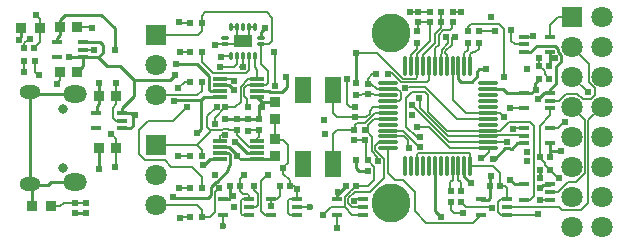
<source format=gbl>
%FSLAX44Y44*%
%MOMM*%
G71*
G01*
G75*
G04 Layer_Physical_Order=4*
G04 Layer_Color=16711680*
%ADD10R,0.7620X0.7620*%
%ADD11R,0.5000X0.2000*%
%ADD12R,0.7620X0.7620*%
%ADD13R,0.3000X0.3000*%
%ADD14R,1.3000X0.4500*%
%ADD15R,2.7940X0.7366*%
%ADD16R,0.6200X0.5700*%
%ADD17C,0.1500*%
%ADD18C,0.2540*%
%ADD19C,0.1524*%
%ADD20O,2.0000X1.4500*%
%ADD21O,1.8000X1.1500*%
%ADD22C,0.8000*%
%ADD23C,1.8000*%
%ADD24R,1.8000X1.8000*%
%ADD25C,1.8000*%
%ADD26R,1.8000X1.8000*%
%ADD27C,0.6100*%
%ADD28C,0.6000*%
%ADD29C,3.3000*%
%ADD30R,0.6000X0.5500*%
%ADD31R,0.9500X0.9500*%
%ADD32R,0.5500X0.6000*%
%ADD33R,0.9500X0.9500*%
%ADD34R,0.8500X0.3500*%
%ADD35R,1.5000X1.0000*%
%ADD36O,0.8000X0.3000*%
%ADD37O,0.3000X0.8000*%
%ADD38R,1.2500X0.3000*%
%ADD39O,0.3500X1.7500*%
%ADD40O,1.7500X0.3500*%
%ADD41R,0.9700X0.9600*%
%ADD42R,0.5700X0.6200*%
%ADD43R,1.4000X2.2000*%
D16*
X1675250Y1261050D02*
D03*
Y1251450D02*
D03*
X1684750Y1261050D02*
D03*
Y1251450D02*
D03*
X1632250D02*
D03*
Y1261050D02*
D03*
X1669480Y1116250D02*
D03*
Y1125850D02*
D03*
X1660730Y1116250D02*
D03*
Y1125850D02*
D03*
X1498250Y1177200D02*
D03*
Y1186800D02*
D03*
X1479417Y1177200D02*
D03*
Y1186800D02*
D03*
X1470000Y1196550D02*
D03*
Y1186950D02*
D03*
X1488833Y1196550D02*
D03*
Y1186950D02*
D03*
X1580250Y1207450D02*
D03*
Y1217050D02*
D03*
D17*
X1662250Y1277750D02*
X1669500D01*
X1661750Y1268750D02*
X1662250Y1269250D01*
X1661750Y1263500D02*
Y1268750D01*
X1660000Y1261750D02*
X1661750Y1263500D01*
X1654250Y1261750D02*
X1660000D01*
X1650500Y1258000D02*
X1654250Y1261750D01*
X1647730Y1259147D02*
X1652550Y1263967D01*
Y1269250D01*
X1647730Y1251480D02*
Y1259147D01*
X1637250Y1241000D02*
X1647730Y1251480D01*
X1650500Y1249750D02*
Y1258000D01*
X1637250Y1231750D02*
Y1241000D01*
X1647250Y1246500D02*
X1650500Y1249750D01*
X1647250Y1231750D02*
Y1246500D01*
X1712000Y1252780D02*
Y1261750D01*
Y1252780D02*
X1714750Y1250030D01*
X1709750Y1184500D02*
X1727750D01*
X1575500Y1196750D02*
X1580000D01*
X1572827Y1199423D02*
X1575500Y1196750D01*
X1572827Y1199423D02*
Y1221060D01*
X1659417Y1167000D02*
X1692000D01*
X1659415Y1167002D02*
X1659417Y1167000D01*
X1659415Y1167002D02*
Y1167473D01*
X1660500Y1162000D02*
X1692000D01*
X1642250Y1180250D02*
X1660500Y1162000D01*
X1632250Y1180250D02*
X1642250D01*
X1628079Y1198809D02*
X1659415Y1167473D01*
X1658805Y1172000D02*
X1692000D01*
X1634750Y1196055D02*
X1658805Y1172000D01*
X1657723Y1177000D02*
X1692000D01*
X1641730Y1192993D02*
X1657723Y1177000D01*
X1665750Y1187000D02*
X1692000D01*
X1634750Y1196055D02*
Y1204250D01*
X1618270Y1203520D02*
Y1209230D01*
X1634250Y1204750D02*
X1634750Y1204250D01*
X1702250Y1192000D02*
X1705500Y1188750D01*
X1692000Y1192000D02*
X1702250D01*
X1352000Y1116000D02*
X1352000Y1116000D01*
X1342500Y1116000D02*
X1352000D01*
X1570910Y1120827D02*
X1575363Y1125280D01*
X1570910Y1112090D02*
X1577270Y1105730D01*
X1579360Y1125280D02*
X1592280D01*
X1576850Y1112230D02*
X1586230D01*
X1573680Y1119600D02*
X1579360Y1125280D01*
X1573680Y1115400D02*
X1576850Y1112230D01*
X1570910Y1112090D02*
Y1120827D01*
X1573680Y1115400D02*
Y1119600D01*
X1578750Y1117500D02*
X1579980Y1118730D01*
X1586230D01*
X1576897Y1126770D02*
X1580320Y1130193D01*
X1576853Y1126770D02*
X1576897D01*
X1576590Y1126507D02*
X1576853Y1126770D01*
X1576590Y1126463D02*
Y1126507D01*
X1575407Y1125280D02*
X1576590Y1126463D01*
X1575363Y1125280D02*
X1575407D01*
X1592280D02*
X1604000Y1137000D01*
X1577270Y1105730D02*
X1586230D01*
X1580320Y1130193D02*
Y1130300D01*
X1590800D01*
X1616750Y1202000D02*
X1618270Y1203520D01*
X1607500Y1202000D02*
X1616750D01*
X1615500Y1212000D02*
X1618270Y1209230D01*
X1607500Y1212000D02*
X1615500D01*
X1590500Y1216750D02*
X1593250D01*
X1598000Y1212000D01*
X1607500D01*
X1572827Y1221060D02*
X1573687Y1221920D01*
X1632250Y1147250D02*
Y1156750D01*
X1677250Y1147250D02*
Y1157000D01*
X1676230Y1158020D02*
X1677250Y1157000D01*
X1735830Y1231670D02*
X1740250Y1227250D01*
Y1224817D02*
Y1227250D01*
Y1224817D02*
X1744330Y1220737D01*
Y1220630D02*
Y1220737D01*
X1735830Y1231670D02*
Y1231780D01*
X1736330Y1154170D02*
X1740750Y1149750D01*
Y1147617D02*
Y1149750D01*
Y1147617D02*
X1744830Y1143537D01*
Y1143430D02*
Y1143537D01*
X1736330Y1154170D02*
Y1154580D01*
X1620250Y1135250D02*
X1630500Y1125000D01*
X1613250Y1135250D02*
X1620250D01*
X1607500Y1141000D02*
X1613250Y1135250D01*
X1630500Y1108500D02*
Y1125000D01*
X1702240Y1130300D02*
Y1141260D01*
X1701000Y1108250D02*
Y1116750D01*
Y1108250D02*
X1703520Y1105730D01*
X1708150D01*
X1701000Y1116750D02*
X1702980Y1118730D01*
X1708150D01*
X1708500Y1119080D01*
X1736000Y1118000D02*
X1736430Y1118430D01*
X1745080D01*
X1713250Y1178250D02*
X1714247Y1179247D01*
X1722580D01*
X1702250Y1177000D02*
X1709750Y1184500D01*
X1692000Y1177000D02*
X1702250D01*
X1511250Y1243500D02*
X1512000Y1242750D01*
Y1215000D02*
Y1242750D01*
X1311500Y1224250D02*
X1312500D01*
X1309090Y1226660D02*
X1311500Y1224250D01*
X1309090Y1226660D02*
Y1235710D01*
X1303250Y1254500D02*
X1304750D01*
X1299750Y1251000D02*
X1303250Y1254500D01*
X1299750Y1246750D02*
Y1251000D01*
X1349250Y1245500D02*
X1358750D01*
X1359000Y1245250D01*
X1313150Y1251650D02*
Y1263500D01*
X1308250Y1246750D02*
X1313150Y1251650D01*
X1333000Y1116000D02*
X1342500D01*
X1329750Y1112750D02*
X1333000Y1116000D01*
X1322150Y1112750D02*
X1329750D01*
X1377580Y1162090D02*
Y1170170D01*
X1374000Y1173750D02*
X1377580Y1170170D01*
X1373000Y1173750D02*
X1374000D01*
X1377580Y1146830D02*
Y1162090D01*
X1482530Y1136030D02*
X1485750Y1139250D01*
X1482530Y1130300D02*
Y1136030D01*
Y1125470D02*
X1484500Y1123500D01*
X1482530Y1125470D02*
Y1130300D01*
X1484500Y1123500D02*
X1488500D01*
X1489710Y1122290D01*
Y1118870D02*
Y1122290D01*
X1484120Y1105870D02*
X1484125Y1105875D01*
X1483000Y1107000D02*
X1484125Y1105875D01*
X1483000Y1107000D02*
Y1117500D01*
X1484120Y1105870D02*
X1489710D01*
X1483000Y1117500D02*
X1484370Y1118870D01*
X1489710D01*
X1524440Y1130300D02*
Y1135060D01*
X1519000Y1140500D02*
X1524440Y1135060D01*
X1519000Y1140500D02*
Y1145250D01*
X1508350Y1118870D02*
X1508480Y1119000D01*
X1513750D01*
X1515940Y1121190D01*
Y1130300D01*
X1523000Y1117750D02*
X1524120Y1118870D01*
X1523000Y1107250D02*
Y1117750D01*
Y1107250D02*
X1524380Y1105870D01*
X1530350D01*
X1524120Y1118870D02*
X1530350D01*
Y1127900D01*
X1527950Y1130300D02*
X1530350Y1127900D01*
X1524440Y1130300D02*
X1527950D01*
X1519000Y1145250D02*
Y1145750D01*
X1522750Y1149500D01*
Y1165000D01*
X1518500Y1169250D02*
X1522750Y1165000D01*
X1512250Y1169250D02*
X1518500D01*
X1511750Y1169750D02*
X1512250Y1169250D01*
X1511750Y1169750D02*
Y1186500D01*
X1476250Y1220250D02*
X1477250Y1219250D01*
X1465210Y1220250D02*
X1476250D01*
X1460750Y1249750D02*
X1461000Y1250000D01*
X1470000D01*
X1480000Y1257500D02*
X1485000Y1252500D01*
X1480000Y1257500D02*
Y1265000D01*
X1485000Y1252500D02*
X1490000Y1257500D01*
Y1265000D01*
X1475000D02*
X1480000D01*
X1490000D02*
X1495000D01*
X1482500Y1250000D02*
X1485000Y1252500D01*
X1470000Y1250000D02*
X1482500D01*
X1377580Y1206500D02*
Y1217420D01*
Y1199080D02*
Y1206500D01*
X1375000Y1196500D02*
X1377580Y1199080D01*
X1375000Y1188000D02*
Y1196500D01*
Y1188000D02*
X1377500Y1185500D01*
X1382500D01*
X1327000Y1216500D02*
X1330000Y1219500D01*
Y1227000D01*
X1299490Y1226760D02*
X1299500Y1226750D01*
X1299490Y1226760D02*
Y1235710D01*
X1299750Y1235970D01*
X1356500Y1264500D02*
X1356750Y1264250D01*
X1344500Y1264500D02*
X1356500D01*
X1310000Y1275000D02*
X1313150Y1271850D01*
Y1263500D02*
Y1271850D01*
X1462571Y1196558D02*
Y1197308D01*
X1465500Y1231000D02*
X1477250D01*
X1482250D02*
X1485000Y1233750D01*
Y1240000D01*
X1466000Y1239250D02*
X1466750Y1240000D01*
X1475000D01*
X1490000Y1228250D02*
Y1240000D01*
X1402000Y1151750D02*
X1418500D01*
X1470000Y1196550D02*
X1478050D01*
X1449800Y1210800D02*
Y1218500D01*
X1446202Y1207202D02*
X1449800Y1210800D01*
X1396500Y1157250D02*
Y1177250D01*
Y1157250D02*
X1402000Y1151750D01*
X1418500D02*
X1424000Y1146250D01*
X1441250D01*
X1449800Y1137700D01*
Y1128750D02*
Y1137700D01*
Y1243500D02*
X1450050Y1243250D01*
X1495000Y1230500D02*
Y1240000D01*
X1509750Y1252500D02*
Y1272250D01*
X1505000Y1277000D02*
X1509750Y1272250D01*
X1453000Y1277000D02*
X1505000D01*
X1449800Y1268250D02*
Y1273800D01*
X1453000Y1277000D01*
X1507250Y1250000D02*
X1509750Y1252500D01*
X1500000Y1250000D02*
X1507250D01*
X1500000Y1233250D02*
X1506000Y1227250D01*
Y1217000D02*
Y1227250D01*
X1504250Y1215250D02*
X1506000Y1217000D01*
X1496790Y1215250D02*
X1504250D01*
X1500000Y1233250D02*
Y1250000D01*
X1449800Y1103500D02*
Y1109950D01*
X1445550Y1114200D02*
X1449800Y1109950D01*
X1411054Y1114200D02*
X1445550D01*
X1411054Y1165000D02*
X1445750D01*
X1449800Y1160950D01*
Y1155750D02*
Y1160950D01*
X1411054Y1258002D02*
X1411056Y1258000D01*
X1446500D01*
X1449800Y1261300D01*
Y1268250D01*
X1430500Y1268500D02*
X1430750Y1268250D01*
X1440200D01*
X1431250Y1243500D02*
X1440200D01*
X1439700Y1155250D02*
X1440200Y1155750D01*
X1429750Y1155250D02*
X1439700D01*
X1430750Y1128750D02*
X1440200D01*
X1431500Y1103000D02*
X1432000Y1103500D01*
X1440200D01*
X1464250Y1128000D02*
X1464500D01*
X1461250Y1125000D02*
X1464250Y1128000D01*
X1461250Y1108000D02*
Y1125000D01*
X1456750Y1103500D02*
X1461250Y1108000D01*
X1449800Y1103500D02*
X1456750D01*
X1677750Y1267250D02*
X1701500D01*
X1675250Y1264750D02*
X1677750Y1267250D01*
X1675250Y1261050D02*
Y1264750D01*
X1684750Y1261050D02*
X1684800Y1261000D01*
X1698250D01*
X1673730Y1112000D02*
X1695000D01*
X1669480Y1116250D02*
X1673730Y1112000D01*
X1695000D02*
X1695250Y1111750D01*
X1662250Y1135500D02*
Y1147250D01*
X1660500Y1133750D02*
X1662250Y1135500D01*
X1660500Y1126080D02*
Y1133750D01*
X1669480Y1125850D02*
Y1133270D01*
X1667250Y1135500D02*
X1669480Y1133270D01*
X1667250Y1135500D02*
Y1147250D01*
X1660500Y1126080D02*
X1660730Y1125850D01*
X1489450Y1177200D02*
X1498250D01*
X1488750Y1176500D02*
X1489450Y1177200D01*
X1607500Y1225750D02*
X1607750Y1225500D01*
X1611332D01*
X1642250Y1219500D02*
Y1231750D01*
X1488520Y1196863D02*
X1488833Y1196550D01*
X1496790Y1167750D02*
Y1170290D01*
X1498250Y1171750D01*
Y1177200D01*
X1647250Y1231750D02*
X1647770Y1232270D01*
X1675250Y1245500D02*
Y1251450D01*
X1672250Y1242500D02*
X1675250Y1245500D01*
X1684250Y1250950D02*
X1684750Y1251450D01*
X1684250Y1246250D02*
Y1250950D01*
X1681500Y1243500D02*
X1684250Y1246250D01*
X1679250Y1243500D02*
X1681500D01*
X1677250Y1241500D02*
X1679250Y1243500D01*
X1677250Y1231750D02*
Y1241500D01*
X1620500Y1177000D02*
X1634250Y1163250D01*
X1607500Y1141000D02*
Y1162000D01*
X1561000Y1174000D02*
X1564250Y1177250D01*
X1561000Y1148750D02*
Y1174000D01*
Y1191500D02*
Y1211750D01*
Y1191500D02*
X1564250Y1188250D01*
X1580000D01*
X1596000Y1187000D02*
X1607500D01*
X1588250Y1183250D02*
X1597000Y1192000D01*
X1607500D01*
X1580000Y1188250D02*
X1589250D01*
X1592000Y1191000D01*
Y1193750D01*
X1595250Y1197000D01*
X1607500D01*
X1580250Y1207450D02*
X1580700Y1207000D01*
X1584750D01*
X1586000Y1208250D01*
X1590500D01*
X1590500Y1208250D01*
X1595000D01*
X1596250Y1207000D01*
X1607500D01*
X1627250Y1231750D02*
Y1241250D01*
X1672250Y1231750D02*
Y1242500D01*
X1621583Y1172000D02*
X1624750Y1168833D01*
Y1162500D02*
Y1168833D01*
X1607500Y1172000D02*
X1621583D01*
X1634250Y1162000D02*
Y1163250D01*
X1607500Y1177000D02*
X1620500D01*
X1624750Y1162500D02*
X1625250Y1162000D01*
X1493750Y1126750D02*
X1497500Y1123000D01*
X1495620Y1112370D02*
X1497500Y1114250D01*
X1489710Y1112370D02*
X1495620D01*
X1493750Y1126750D02*
Y1130250D01*
X1503630Y1105870D02*
X1508350D01*
X1500500Y1109000D02*
X1503630Y1105870D01*
X1505500Y1139500D02*
X1506250D01*
X1500500Y1134500D02*
X1505500Y1139500D01*
X1607250Y1167250D02*
X1607500Y1167000D01*
X1723043Y1195750D02*
X1723080Y1195713D01*
X1711000Y1195750D02*
X1723043D01*
X1707750Y1166750D02*
X1708000D01*
X1707500Y1167000D02*
X1707750Y1166750D01*
X1692000Y1167000D02*
X1707500D01*
X1722327Y1173000D02*
X1722580Y1172747D01*
X1467710Y1105870D02*
X1467750Y1105830D01*
Y1096500D02*
Y1105830D01*
X1530350Y1112370D02*
X1530480Y1112500D01*
X1541750D01*
X1564230Y1105730D02*
X1564500Y1105460D01*
Y1094750D02*
Y1105460D01*
X1744580Y1256530D02*
X1744860Y1256250D01*
X1478050Y1196550D02*
X1482750Y1201250D01*
X1590500Y1216750D02*
Y1221000D01*
X1594250Y1224750D01*
X1597750D01*
X1580500Y1243000D02*
X1598250D01*
X1630980Y1220980D02*
X1632250Y1222250D01*
Y1231750D01*
X1580000Y1177250D02*
Y1181500D01*
X1581750Y1183250D01*
X1588250D01*
X1564250Y1177250D02*
X1580000D01*
Y1168750D02*
X1580000Y1168750D01*
X1598250Y1243000D02*
X1620270Y1220980D01*
X1630980D01*
X1611332Y1225500D02*
X1618622Y1218210D01*
X1632000Y1171250D02*
X1634500D01*
X1632250Y1156750D02*
X1633520Y1158020D01*
X1676230D01*
X1589000Y1153050D02*
X1590300Y1151750D01*
X1589000Y1153050D02*
Y1168750D01*
X1580000D02*
X1589000D01*
X1590750Y1181750D02*
X1596000Y1187000D01*
X1559340Y1112090D02*
X1570910D01*
X1552750Y1105500D02*
X1559340Y1112090D01*
X1590300Y1151700D02*
Y1151750D01*
X1590800Y1130300D02*
X1595750Y1135250D01*
Y1146250D01*
X1590300Y1151700D02*
X1595750Y1146250D01*
X1588500Y1177250D02*
X1588607D01*
X1596730Y1160439D02*
Y1163562D01*
X1588607Y1177250D02*
X1593960Y1171897D01*
Y1159291D02*
Y1171897D01*
Y1159291D02*
X1598250Y1155001D01*
X1596730Y1163562D02*
X1600418Y1167250D01*
X1607250D01*
X1598250Y1151000D02*
X1598500D01*
X1598750Y1151250D01*
X1600849Y1156320D02*
X1600850D01*
X1596730Y1160439D02*
X1600849Y1156320D01*
X1600850D02*
X1604000Y1153170D01*
Y1137000D02*
Y1153170D01*
X1590750Y1177250D02*
Y1181750D01*
X1639250Y1213500D02*
X1665750Y1187000D01*
X1641730Y1192993D02*
Y1206770D01*
X1625000Y1213500D02*
X1639250D01*
X1627820Y1209820D02*
X1638680D01*
X1641730Y1206770D01*
X1622930Y1204930D02*
X1627820Y1209820D01*
X1622930Y1180320D02*
X1632000Y1171250D01*
X1622930Y1180320D02*
Y1204930D01*
X1598250Y1151000D02*
Y1155001D01*
X1497500Y1114250D02*
Y1123000D01*
X1500500Y1109000D02*
Y1134500D01*
X1508350Y1112900D02*
Y1118870D01*
Y1112900D02*
X1508500Y1112750D01*
X1449800Y1235450D02*
Y1243500D01*
Y1235450D02*
X1459750Y1225500D01*
X1435511Y1218500D02*
X1440200D01*
X1430070Y1213059D02*
X1435511Y1218500D01*
X1377500Y1217500D02*
X1377580Y1217420D01*
X1396500Y1177250D02*
X1404250Y1185000D01*
X1425250D01*
X1495000Y1230500D02*
X1497000Y1228500D01*
X1496790Y1220250D02*
X1497000Y1220460D01*
X1477250Y1231000D02*
X1480000Y1233750D01*
Y1240000D01*
X1497000Y1220460D02*
Y1228500D01*
X1459750Y1225500D02*
X1487250D01*
X1490000Y1228250D01*
X1485750Y1206250D02*
Y1212750D01*
X1488250Y1215250D01*
X1496790D01*
X1482750Y1201250D02*
Y1213750D01*
X1489250Y1220250D01*
X1496790D01*
X1488520Y1196863D02*
Y1203480D01*
X1485750Y1206250D02*
X1488520Y1203480D01*
X1454500Y1189237D02*
X1462571Y1197308D01*
X1454500Y1180000D02*
Y1189237D01*
Y1180000D02*
X1457625Y1176875D01*
X1445750Y1165000D02*
X1457625Y1176875D01*
X1461000Y1187550D02*
X1470000Y1196550D01*
X1461000Y1182250D02*
Y1187550D01*
X1457950Y1177200D02*
X1457970Y1177180D01*
X1479397D02*
X1479417Y1177200D01*
X1490250Y1162750D02*
X1496790D01*
X1677250Y1147250D02*
X1696250D01*
X1702240Y1141260D01*
X1735830Y1231780D02*
Y1238420D01*
X1686500Y1153500D02*
X1688000D01*
X1693000Y1158500D01*
Y1161000D01*
X1692000Y1162000D02*
X1693000Y1161000D01*
X1708000Y1166750D02*
X1708083Y1166833D01*
Y1167557D01*
X1692000Y1172000D02*
X1693000Y1173000D01*
X1722327D01*
X1660730Y1110020D02*
Y1116250D01*
Y1110020D02*
X1663500Y1107250D01*
X1671000D01*
X1479417Y1173583D02*
Y1177200D01*
Y1173583D02*
X1490250Y1162750D01*
X1457970Y1177180D02*
X1466760D01*
X1467900Y1178320D01*
X1472100D01*
X1473240Y1177180D01*
X1479397D01*
X1465210Y1167750D02*
Y1172210D01*
X1466250Y1173250D01*
X1470000D01*
X1708150Y1105730D02*
X1733730D01*
X1734500Y1106500D01*
X1702240Y1130300D02*
X1706450D01*
X1708500Y1128250D01*
Y1119080D02*
Y1128250D01*
X1376500Y1145750D02*
X1377580Y1146830D01*
X1411054Y1207202D02*
X1446202D01*
X1425250Y1185000D02*
X1437250Y1197000D01*
X1618622Y1218210D02*
X1640960D01*
X1642250Y1219500D01*
X1632250Y1246250D02*
Y1251450D01*
X1627250Y1241250D02*
X1632250Y1246250D01*
Y1231750D02*
Y1241750D01*
X1734750Y1239500D02*
X1736500D01*
X1734750D02*
X1735830Y1238420D01*
Y1238830D02*
X1736500Y1239500D01*
X1722580Y1256530D02*
X1730280D01*
X1730500Y1256750D01*
X1626500Y1277750D02*
X1632750D01*
X1642950Y1252450D02*
Y1269250D01*
X1632250Y1241750D02*
X1642950Y1252450D01*
X1632750Y1269250D02*
X1642950D01*
X1632750Y1261550D02*
Y1269250D01*
X1632250Y1261050D02*
X1632750Y1261550D01*
X1633000Y1277500D02*
X1642950D01*
X1632750Y1277750D02*
X1633000Y1277500D01*
X1652550Y1269250D02*
Y1277500D01*
X1714750Y1250030D02*
X1722580D01*
X1705750Y1222250D02*
Y1263000D01*
X1701500Y1267250D02*
X1705750Y1263000D01*
X1640070Y1098930D02*
X1679350D01*
X1630500Y1108500D02*
X1640070Y1098930D01*
X1679350D02*
X1686150Y1105730D01*
X1727750Y1184500D02*
X1731265Y1180985D01*
X1662250Y1210500D02*
Y1231750D01*
X1673500Y1192000D02*
X1692000D01*
X1662250Y1203250D02*
X1673500Y1192000D01*
X1662250Y1203250D02*
Y1210500D01*
X1662250Y1210500D01*
X1744580Y1256530D02*
Y1266330D01*
X1751750Y1273500D01*
X1763250D01*
X1744580Y1179247D02*
X1751747D01*
X1756000Y1183500D01*
X1723080Y1118430D02*
X1728180D01*
X1731265Y1121515D01*
Y1180985D01*
X1708150Y1112230D02*
X1752520D01*
X1754670Y1110080D01*
X1771330D01*
X1777250Y1116000D01*
Y1185900D02*
X1788650Y1197300D01*
X1745080Y1124930D02*
X1751495D01*
X1763250Y1197300D02*
X1774270Y1186280D01*
X1751495Y1124930D02*
X1760065Y1133500D01*
X1767000D01*
X1774270Y1140770D01*
X1752579Y1202213D02*
X1758685Y1208320D01*
X1767815D01*
X1745080Y1202213D02*
X1752579D01*
X1777250Y1116000D02*
Y1185900D01*
X1774270Y1140770D02*
Y1186280D01*
X1736330Y1154580D02*
Y1181080D01*
X1745080Y1189830D01*
Y1195713D01*
X1767815Y1208320D02*
X1772567Y1203567D01*
X1779067D01*
X1782500Y1207000D01*
Y1213265D01*
X1777630Y1218135D02*
X1782500Y1213265D01*
X1777630Y1218135D02*
Y1233720D01*
X1763250Y1248100D02*
X1777630Y1233720D01*
X1776700Y1209250D02*
X1776750D01*
X1763250Y1222700D02*
X1776700Y1209250D01*
X1744830Y1143430D02*
X1751510Y1136750D01*
X1752500D01*
D18*
X1744580Y1154830D02*
X1744830Y1154580D01*
X1731750Y1216550D02*
X1735830Y1220630D01*
X1304900Y1131890D02*
Y1209390D01*
X1479417Y1186800D02*
X1498250D01*
X1330000Y1258250D02*
Y1264500D01*
X1327250Y1255500D02*
X1330000Y1258250D01*
X1327250Y1252000D02*
Y1255500D01*
X1349250Y1239000D02*
X1362500D01*
X1337500D02*
X1349250D01*
X1296850Y1255850D02*
Y1263500D01*
X1304900Y1209390D02*
X1306400Y1207890D01*
X1342900D01*
X1305850Y1130940D02*
X1306040Y1130750D01*
X1304900Y1131890D02*
X1305850Y1130940D01*
X1306040Y1130750D02*
X1320000D01*
X1322640Y1133390D01*
X1342900D01*
X1305850Y1112750D02*
Y1130940D01*
X1470150Y1186800D02*
X1479417D01*
X1470000Y1186950D02*
X1470150Y1186800D01*
X1498000Y1187050D02*
X1498250Y1186800D01*
X1496790Y1205250D02*
X1501040Y1201000D01*
X1344500Y1227000D02*
X1349250Y1231750D01*
Y1239000D01*
X1382500Y1179000D02*
X1389500D01*
X1391500Y1181000D01*
Y1190250D01*
X1389750Y1192000D02*
X1391500Y1190250D01*
X1382500Y1192000D02*
X1389750D01*
X1382500Y1192000D02*
X1382500Y1192000D01*
X1391500Y1190250D02*
X1392750D01*
X1393000Y1190500D01*
X1342500Y1107500D02*
X1352250D01*
X1352250Y1107500D01*
X1496790Y1152750D02*
X1509250D01*
X1511750Y1155250D01*
X1482250Y1152750D02*
X1496790D01*
X1465210Y1215250D02*
X1473345D01*
X1474935Y1213660D01*
X1475090D01*
X1477500Y1211250D01*
X1580250Y1217050D02*
Y1242750D01*
X1580500Y1243000D01*
X1500000Y1255000D02*
Y1260250D01*
X1503500Y1263750D01*
X1363080Y1199580D02*
Y1206500D01*
X1361000Y1197500D02*
X1363080Y1199580D01*
X1361000Y1192500D02*
Y1197500D01*
X1360500Y1192000D02*
X1361000Y1192500D01*
X1363080Y1144580D02*
Y1162090D01*
X1363000Y1144500D02*
X1363080Y1144580D01*
Y1206500D02*
Y1216830D01*
X1363250Y1217000D01*
X1457500Y1210250D02*
X1465210D01*
X1456000Y1211750D02*
X1457500Y1210250D01*
X1456000Y1211750D02*
Y1223250D01*
X1445750Y1233500D02*
X1456000Y1223250D01*
X1428250Y1233500D02*
X1445750D01*
X1423010Y1220000D02*
X1427320Y1224310D01*
X1362500Y1239000D02*
X1366250Y1242750D01*
X1349250Y1252000D02*
X1363500D01*
X1366250Y1249250D01*
Y1242750D02*
Y1249250D01*
X1382500Y1192000D02*
Y1196000D01*
X1392750Y1220000D02*
X1423010D01*
X1362500Y1239000D02*
X1369500Y1232000D01*
X1380750D01*
X1392750Y1220000D01*
Y1206250D02*
Y1220000D01*
X1382500Y1196000D02*
X1392750Y1206250D01*
X1693740Y1119990D02*
Y1130300D01*
X1692250Y1118500D02*
X1693740Y1119990D01*
X1686380Y1118500D02*
X1692250D01*
X1686150Y1118730D02*
X1686380Y1118500D01*
X1715070Y1131430D02*
X1723080D01*
X1711250Y1135250D02*
X1715070Y1131430D01*
X1693740Y1130300D02*
Y1137740D01*
X1694750Y1138750D01*
X1330000Y1264500D02*
Y1270500D01*
X1334500Y1275000D01*
X1501040Y1201000D02*
X1511750D01*
X1456500Y1152750D02*
X1465210D01*
X1451556Y1147806D02*
X1456500Y1152750D01*
X1451321Y1147806D02*
X1451556D01*
X1449590Y1178590D02*
Y1202590D01*
X1446000Y1175000D02*
X1449590Y1178590D01*
X1376250Y1245000D02*
Y1263500D01*
X1364750Y1275000D02*
X1376250Y1263500D01*
X1334500Y1275000D02*
X1364750D01*
X1449590Y1202590D02*
X1452250Y1205250D01*
X1465210D01*
X1498000Y1187050D02*
Y1197960D01*
X1501040Y1201000D01*
X1467710Y1118870D02*
X1472620D01*
X1474030Y1120280D01*
X1488250Y1157750D02*
X1496790D01*
X1455500Y1120250D02*
X1457960Y1122710D01*
Y1129365D02*
X1462185Y1133590D01*
X1457960Y1122710D02*
Y1129365D01*
X1462185Y1133590D02*
X1462496D01*
X1426500Y1120250D02*
X1455500D01*
X1426000Y1120750D02*
X1426500Y1120250D01*
X1474030Y1120280D02*
Y1130300D01*
X1564230Y1118730D02*
Y1122710D01*
X1672250Y1137500D02*
Y1147250D01*
Y1137500D02*
X1677500Y1132250D01*
X1517910Y1209410D02*
X1522000Y1213500D01*
Y1222250D01*
X1521500Y1222750D02*
X1522000Y1222250D01*
X1496790Y1210250D02*
X1506660D01*
X1507500Y1209410D01*
X1517910D01*
X1744330Y1231780D02*
X1744580Y1232030D01*
X1717247Y1166247D02*
X1722580D01*
X1712750Y1161750D02*
X1717247Y1166247D01*
X1706435Y1161840D02*
X1711065D01*
X1711156Y1161750D02*
X1712750D01*
X1711065Y1161840D02*
X1711156Y1161750D01*
X1696250Y1153250D02*
X1697845D01*
X1706435Y1161840D01*
X1739713Y1208713D02*
X1745080D01*
X1734750Y1203750D02*
X1739713Y1208713D01*
X1744615Y1130965D02*
X1745080Y1131430D01*
X1738642Y1130965D02*
X1744615D01*
X1583250Y1142750D02*
X1590500D01*
X1580700Y1145300D02*
X1583250Y1142750D01*
X1580700Y1145300D02*
Y1151750D01*
X1722580Y1243530D02*
X1728030D01*
X1733500Y1249000D01*
X1472500Y1146500D02*
X1474160Y1148160D01*
X1472500Y1143595D02*
Y1146500D01*
X1462496Y1133590D02*
X1472500Y1143595D01*
X1465210Y1162750D02*
X1465210Y1162750D01*
X1477750Y1167250D02*
X1478750D01*
X1488250Y1157750D01*
X1465210Y1162750D02*
X1473138D01*
X1479750Y1156138D01*
X1465210Y1157750D02*
X1472750D01*
X1474160Y1156340D01*
Y1148160D02*
Y1156340D01*
X1426820Y1201809D02*
X1427601Y1202590D01*
X1449590D01*
X1731750Y1211500D02*
Y1216550D01*
X1669250Y1218500D02*
X1678500D01*
X1692000Y1212000D02*
X1705250D01*
X1708537Y1208713D01*
X1723080D01*
X1564230Y1122710D02*
X1571820Y1130300D01*
X1678500Y1218500D02*
X1682875Y1222875D01*
X1684750Y1228750D02*
X1690250D01*
X1682875Y1226875D02*
X1684750Y1228750D01*
X1682875Y1222875D02*
Y1226875D01*
X1647250Y1109000D02*
X1652250Y1104000D01*
X1647250Y1109000D02*
Y1147250D01*
X1736000Y1128323D02*
X1738642Y1130965D01*
X1667250Y1220500D02*
X1669250Y1218500D01*
X1667250Y1220500D02*
Y1231750D01*
X1723080Y1208713D02*
X1728963D01*
X1731750Y1211500D01*
X1744580Y1232030D02*
Y1237500D01*
Y1243530D01*
X1745330Y1238250D02*
X1749250D01*
X1744580Y1237500D02*
X1745330Y1238250D01*
X1733500Y1249000D02*
X1748702D01*
X1749060Y1238060D02*
X1749250Y1238250D01*
X1748835Y1238060D02*
X1749060D01*
X1748702Y1249000D02*
X1751710Y1245992D01*
Y1243320D02*
Y1245992D01*
X1745080Y1208713D02*
Y1212038D01*
X1749620Y1216578D01*
Y1230940D01*
X1754425Y1235745D01*
Y1240605D01*
X1751710Y1243320D02*
X1754425Y1240605D01*
X1736306Y1136555D02*
X1736335D01*
X1736306D02*
X1736330Y1136580D01*
Y1143430D01*
X1744580Y1160000D02*
X1753750D01*
X1744580Y1154830D02*
Y1160000D01*
Y1166247D01*
D19*
X1652250Y1231750D02*
Y1241311D01*
X1653226Y1242287D01*
Y1245512D01*
X1658702Y1250988D01*
Y1255750D01*
X1656414Y1256250D02*
X1658202D01*
X1658702Y1255750D01*
X1657250Y1231750D02*
Y1241311D01*
X1656274Y1242287D02*
Y1244250D01*
Y1242287D02*
X1657250Y1241311D01*
X1656274Y1244250D02*
X1661750Y1249726D01*
Y1255750D01*
X1662250Y1256250D01*
X1664038D01*
D20*
X1342900Y1207890D02*
D03*
Y1133390D02*
D03*
D21*
X1304900Y1209390D02*
D03*
Y1131890D02*
D03*
D22*
X1332400Y1195640D02*
D03*
Y1145640D02*
D03*
D23*
X1411054Y1207202D02*
D03*
Y1232602D02*
D03*
Y1114200D02*
D03*
Y1139600D02*
D03*
D24*
Y1258002D02*
D03*
Y1165000D02*
D03*
D25*
X1788650Y1095700D02*
D03*
X1763250D02*
D03*
X1788650Y1121100D02*
D03*
X1763250D02*
D03*
X1788650Y1146500D02*
D03*
X1763250D02*
D03*
X1788650Y1171900D02*
D03*
X1763250D02*
D03*
X1788650Y1197300D02*
D03*
X1763250D02*
D03*
X1788650Y1222700D02*
D03*
X1763250D02*
D03*
X1788650Y1248100D02*
D03*
X1763250D02*
D03*
X1788650Y1273500D02*
D03*
D26*
X1763250D02*
D03*
D27*
X1669500Y1277750D02*
D03*
X1705500Y1188750D02*
D03*
X1352000Y1116000D02*
D03*
X1578750Y1117500D02*
D03*
X1572827Y1221060D02*
D03*
X1553500Y1186250D02*
D03*
X1554250Y1173750D02*
D03*
X1736000Y1118000D02*
D03*
X1713250Y1178250D02*
D03*
X1512000Y1215000D02*
D03*
X1359000Y1245250D02*
D03*
X1337500Y1239000D02*
D03*
X1294813Y1253811D02*
D03*
X1304750Y1254500D02*
D03*
X1376500Y1145750D02*
D03*
X1530350Y1127900D02*
D03*
X1519000Y1145250D02*
D03*
X1477250Y1219250D02*
D03*
X1460750Y1249750D02*
D03*
X1327000Y1216500D02*
D03*
X1299500Y1226750D02*
D03*
X1356750Y1264250D02*
D03*
X1310000Y1275000D02*
D03*
X1312500Y1224250D02*
D03*
X1511250Y1243500D02*
D03*
X1465500Y1231000D02*
D03*
X1466000Y1239250D02*
D03*
X1430500Y1268500D02*
D03*
X1431250Y1243500D02*
D03*
X1429750Y1155250D02*
D03*
X1430750Y1128750D02*
D03*
X1431500Y1103000D02*
D03*
X1464500Y1128000D02*
D03*
X1698250Y1261000D02*
D03*
X1671000Y1107250D02*
D03*
X1695250Y1111750D02*
D03*
X1488750Y1176500D02*
D03*
X1607500Y1224750D02*
D03*
X1695000Y1273500D02*
D03*
X1711000Y1195750D02*
D03*
X1590500Y1142750D02*
D03*
X1625250Y1162000D02*
D03*
X1493750Y1130250D02*
D03*
X1506250Y1139500D02*
D03*
X1564500Y1094750D02*
D03*
X1393000Y1190500D02*
D03*
X1352250Y1107500D02*
D03*
X1477500Y1211250D02*
D03*
X1501250Y1196750D02*
D03*
X1479750Y1155250D02*
D03*
X1460750Y1139750D02*
D03*
X1597750Y1224750D02*
D03*
X1580500Y1243000D02*
D03*
X1503500Y1263750D02*
D03*
X1622079Y1213059D02*
D03*
X1634500Y1171250D02*
D03*
X1628000Y1190340D02*
D03*
X1632250Y1180250D02*
D03*
X1634830Y1163307D02*
D03*
X1552750Y1105500D02*
D03*
X1598750Y1151250D02*
D03*
X1634250Y1204750D02*
D03*
X1628079Y1198809D02*
D03*
X1363000Y1144500D02*
D03*
X1363250Y1217000D02*
D03*
X1477000Y1112000D02*
D03*
X1508500Y1112750D02*
D03*
X1426000Y1120750D02*
D03*
X1428250Y1233500D02*
D03*
X1377500Y1217500D02*
D03*
X1711250Y1135250D02*
D03*
X1376250Y1245000D02*
D03*
X1446000Y1175000D02*
D03*
X1451321Y1147806D02*
D03*
X1461000Y1182250D02*
D03*
X1476750Y1121250D02*
D03*
X1485750Y1139250D02*
D03*
X1677500Y1132250D02*
D03*
X1686500Y1153500D02*
D03*
X1694750Y1138750D02*
D03*
X1521500Y1222750D02*
D03*
X1696250Y1153250D02*
D03*
X1708083Y1167557D02*
D03*
X1477750Y1167250D02*
D03*
X1470000Y1173250D02*
D03*
X1734500Y1106500D02*
D03*
X1373000Y1173750D02*
D03*
X1462571Y1196558D02*
D03*
X1427320Y1224310D02*
D03*
X1430070Y1213059D02*
D03*
X1426820Y1201809D02*
D03*
X1437250Y1197000D02*
D03*
X1735830Y1238830D02*
D03*
X1725500Y1228750D02*
D03*
X1705750Y1222250D02*
D03*
X1730500Y1256750D02*
D03*
X1626500Y1277750D02*
D03*
X1484500Y1231000D02*
D03*
X1656414Y1256250D02*
D03*
X1664038D02*
D03*
X1690250Y1228750D02*
D03*
X1712000Y1261750D02*
D03*
X1652250Y1104000D02*
D03*
X1725500Y1158500D02*
D03*
X1725364Y1151130D02*
D03*
X1732750Y1211750D02*
D03*
X1734750Y1203750D02*
D03*
X1748835Y1238060D02*
D03*
X1736335Y1128323D02*
D03*
Y1136555D02*
D03*
X1753750Y1160000D02*
D03*
X1757500Y1184250D02*
D03*
X1776750Y1209250D02*
D03*
X1752500Y1136750D02*
D03*
D28*
X1541750Y1112500D02*
D03*
X1467750Y1096500D02*
D03*
X1565000Y1124750D02*
D03*
D29*
X1610000Y1115500D02*
D03*
Y1260000D02*
D03*
D30*
X1662250Y1269250D02*
D03*
Y1277750D02*
D03*
X1590500Y1216750D02*
D03*
Y1208250D02*
D03*
X1579250Y1177250D02*
D03*
Y1168750D02*
D03*
X1580000Y1188250D02*
D03*
Y1196750D02*
D03*
X1588500Y1177250D02*
D03*
Y1168750D02*
D03*
X1632750Y1269250D02*
D03*
Y1277750D02*
D03*
X1342500Y1107500D02*
D03*
Y1116000D02*
D03*
D31*
X1363080Y1162090D02*
D03*
X1377580D02*
D03*
X1363080Y1206500D02*
D03*
X1377580D02*
D03*
X1344500Y1227000D02*
D03*
X1330000D02*
D03*
Y1264500D02*
D03*
X1344500D02*
D03*
D32*
X1736330Y1154580D02*
D03*
X1744830D02*
D03*
X1702240Y1130300D02*
D03*
X1693740D02*
D03*
X1524440D02*
D03*
X1515940D02*
D03*
X1580320D02*
D03*
X1571820D02*
D03*
X1482530D02*
D03*
X1474030D02*
D03*
X1299750Y1246750D02*
D03*
X1308250D02*
D03*
X1736330Y1143430D02*
D03*
X1744830D02*
D03*
X1744330Y1220630D02*
D03*
X1735830D02*
D03*
Y1231780D02*
D03*
X1744330D02*
D03*
D33*
X1511750Y1201000D02*
D03*
Y1186500D02*
D03*
Y1155250D02*
D03*
Y1169750D02*
D03*
D34*
X1360500Y1192000D02*
D03*
Y1179000D02*
D03*
X1382500D02*
D03*
Y1185500D02*
D03*
Y1192000D02*
D03*
X1686150Y1118730D02*
D03*
Y1105730D02*
D03*
X1708150D02*
D03*
Y1112230D02*
D03*
Y1118730D02*
D03*
X1467710Y1118870D02*
D03*
Y1105870D02*
D03*
X1489710D02*
D03*
Y1112370D02*
D03*
Y1118870D02*
D03*
X1564230Y1118730D02*
D03*
Y1105730D02*
D03*
X1586230D02*
D03*
Y1112230D02*
D03*
Y1118730D02*
D03*
X1327250Y1252000D02*
D03*
Y1239000D02*
D03*
X1349250D02*
D03*
Y1245500D02*
D03*
Y1252000D02*
D03*
X1723080Y1208713D02*
D03*
Y1195713D02*
D03*
X1745080D02*
D03*
Y1202213D02*
D03*
Y1208713D02*
D03*
X1723080Y1131430D02*
D03*
Y1118430D02*
D03*
X1745080D02*
D03*
Y1124930D02*
D03*
Y1131430D02*
D03*
X1744580Y1243530D02*
D03*
Y1256530D02*
D03*
X1722580D02*
D03*
Y1250030D02*
D03*
Y1243530D02*
D03*
X1744580Y1166247D02*
D03*
Y1179247D02*
D03*
X1722580D02*
D03*
Y1172747D02*
D03*
Y1166247D02*
D03*
X1508350Y1118870D02*
D03*
Y1105870D02*
D03*
X1530350D02*
D03*
Y1112370D02*
D03*
Y1118870D02*
D03*
D35*
X1485000Y1252500D02*
D03*
D36*
X1500000Y1250000D02*
D03*
Y1255000D02*
D03*
X1470000D02*
D03*
Y1250000D02*
D03*
D37*
X1495000Y1265000D02*
D03*
X1490000D02*
D03*
X1485000D02*
D03*
X1480000D02*
D03*
X1475000D02*
D03*
Y1240000D02*
D03*
X1480000D02*
D03*
X1485000D02*
D03*
X1490000D02*
D03*
X1495000D02*
D03*
D38*
X1465210Y1152750D02*
D03*
Y1157750D02*
D03*
Y1162750D02*
D03*
Y1167750D02*
D03*
X1496790Y1152750D02*
D03*
Y1157750D02*
D03*
Y1162750D02*
D03*
Y1167750D02*
D03*
X1465210Y1205250D02*
D03*
Y1210250D02*
D03*
Y1215250D02*
D03*
Y1220250D02*
D03*
X1496790Y1205250D02*
D03*
Y1210250D02*
D03*
Y1215250D02*
D03*
Y1220250D02*
D03*
D39*
X1652250Y1231750D02*
D03*
X1657250D02*
D03*
X1622250D02*
D03*
X1627250D02*
D03*
X1632250D02*
D03*
X1637250D02*
D03*
X1642250D02*
D03*
X1647250D02*
D03*
X1662250D02*
D03*
X1667250D02*
D03*
X1672250D02*
D03*
X1677250D02*
D03*
Y1147250D02*
D03*
X1672250D02*
D03*
X1667250D02*
D03*
X1662250D02*
D03*
X1657250D02*
D03*
X1652250D02*
D03*
X1647250D02*
D03*
X1642250D02*
D03*
X1637250D02*
D03*
X1632250D02*
D03*
X1627250D02*
D03*
X1622250D02*
D03*
D40*
X1692000Y1217000D02*
D03*
Y1212000D02*
D03*
Y1207000D02*
D03*
Y1202000D02*
D03*
Y1197000D02*
D03*
Y1192000D02*
D03*
Y1187000D02*
D03*
Y1182000D02*
D03*
Y1177000D02*
D03*
Y1172000D02*
D03*
Y1167000D02*
D03*
Y1162000D02*
D03*
X1607500D02*
D03*
Y1167000D02*
D03*
Y1172000D02*
D03*
Y1177000D02*
D03*
Y1182000D02*
D03*
Y1187000D02*
D03*
Y1192000D02*
D03*
Y1197000D02*
D03*
Y1202000D02*
D03*
Y1207000D02*
D03*
Y1212000D02*
D03*
Y1217000D02*
D03*
D41*
X1313150Y1263500D02*
D03*
X1296850D02*
D03*
X1305850Y1112750D02*
D03*
X1322150D02*
D03*
D42*
X1440200Y1268250D02*
D03*
X1449800D02*
D03*
X1440200Y1128750D02*
D03*
X1449800D02*
D03*
X1580700Y1151750D02*
D03*
X1590300D02*
D03*
X1309090Y1235710D02*
D03*
X1299490D02*
D03*
X1440200Y1218500D02*
D03*
X1449800D02*
D03*
X1440200Y1243500D02*
D03*
X1449800D02*
D03*
X1440200Y1155750D02*
D03*
X1449800D02*
D03*
X1440200Y1103500D02*
D03*
X1449800D02*
D03*
X1642950Y1277500D02*
D03*
X1652550D02*
D03*
Y1269250D02*
D03*
X1642950D02*
D03*
D43*
X1561000Y1148750D02*
D03*
Y1211750D02*
D03*
X1536000Y1148750D02*
D03*
Y1211750D02*
D03*
M02*

</source>
